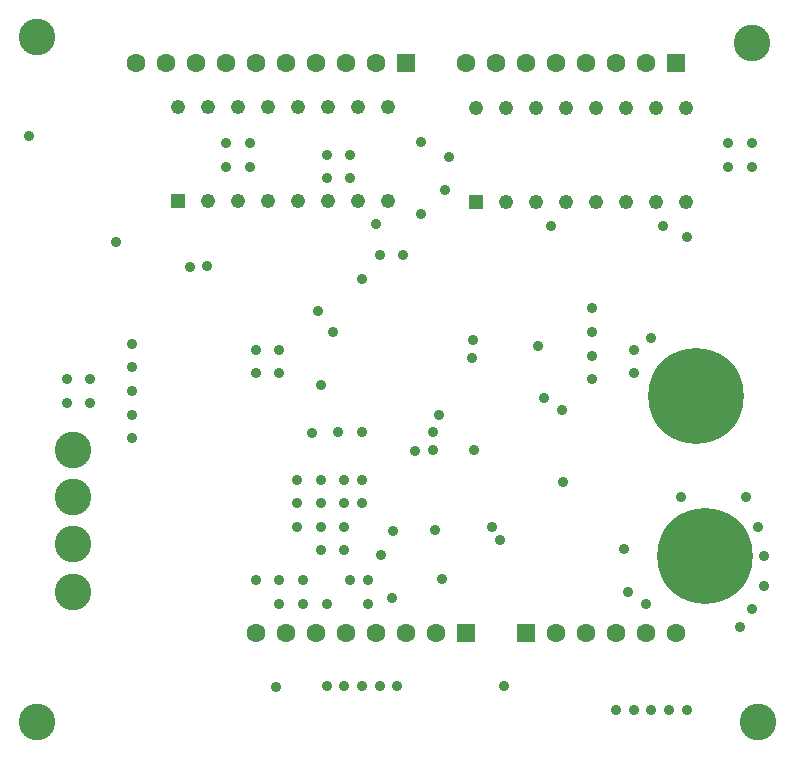
<source format=gbs>
G04*
G04 #@! TF.GenerationSoftware,Altium Limited,Altium Designer,21.4.1 (30)*
G04*
G04 Layer_Color=16711935*
%FSLAX25Y25*%
%MOIN*%
G70*
G04*
G04 #@! TF.SameCoordinates,C77C1ACD-4D57-4A05-B96A-415324BACB4A*
G04*
G04*
G04 #@! TF.FilePolarity,Negative*
G04*
G01*
G75*
%ADD42C,0.06299*%
%ADD43R,0.06299X0.06299*%
%ADD44C,0.04842*%
%ADD45R,0.04842X0.04842*%
%ADD46C,0.12205*%
%ADD47C,0.31890*%
%ADD48C,0.03543*%
D42*
X220787Y37402D02*
D03*
X210787D02*
D03*
X200787D02*
D03*
X190787D02*
D03*
X180787D02*
D03*
X120866Y227559D02*
D03*
X100866D02*
D03*
X90866D02*
D03*
X80866D02*
D03*
X70866D02*
D03*
X60866D02*
D03*
X50866D02*
D03*
X40866D02*
D03*
X110866D02*
D03*
X140787Y37402D02*
D03*
X130787D02*
D03*
X120787D02*
D03*
X110787D02*
D03*
X100787D02*
D03*
X90787D02*
D03*
X80787D02*
D03*
X210787Y227559D02*
D03*
X200787D02*
D03*
X190787D02*
D03*
X180787D02*
D03*
X170787D02*
D03*
X160787D02*
D03*
X150787D02*
D03*
D43*
X170787Y37402D02*
D03*
X130866Y227559D02*
D03*
X150787Y37402D02*
D03*
X220787Y227559D02*
D03*
D44*
X153976Y212480D02*
D03*
X163976D02*
D03*
X173976D02*
D03*
X183976D02*
D03*
X193976D02*
D03*
X203976D02*
D03*
X213976D02*
D03*
X223976D02*
D03*
Y181220D02*
D03*
X213976D02*
D03*
X203976D02*
D03*
X193976D02*
D03*
X183976D02*
D03*
X173976D02*
D03*
X163976D02*
D03*
X54803Y212598D02*
D03*
X64803D02*
D03*
X74803D02*
D03*
X84803D02*
D03*
X94803D02*
D03*
X104803D02*
D03*
X114803D02*
D03*
X124803D02*
D03*
Y181339D02*
D03*
X114803D02*
D03*
X104803D02*
D03*
X94803D02*
D03*
X84803D02*
D03*
X74803D02*
D03*
X64803D02*
D03*
D45*
X153976Y181220D02*
D03*
X54803Y181339D02*
D03*
D46*
X248031Y7874D02*
D03*
X246063Y234252D02*
D03*
X7874Y7874D02*
D03*
Y236221D02*
D03*
X19685Y98425D02*
D03*
X19685Y51181D02*
D03*
X19685Y66929D02*
D03*
Y82677D02*
D03*
D47*
X230315Y62992D02*
D03*
X227559Y116535D02*
D03*
D48*
X212598Y135827D02*
D03*
X206693Y131890D02*
D03*
Y124016D02*
D03*
X94488Y72835D02*
D03*
Y80709D02*
D03*
X39370Y102362D02*
D03*
Y110236D02*
D03*
X116142Y104331D02*
D03*
X108268D02*
D03*
X116142Y88583D02*
D03*
Y80709D02*
D03*
X118110Y47244D02*
D03*
Y55118D02*
D03*
X127953Y19685D02*
D03*
X122047D02*
D03*
X116142D02*
D03*
X110236D02*
D03*
X104331D02*
D03*
X204724Y51181D02*
D03*
X210630Y47244D02*
D03*
X153543Y98425D02*
D03*
X141732Y110236D02*
D03*
X139764Y98425D02*
D03*
X242126Y39370D02*
D03*
X222441Y82677D02*
D03*
X246063Y45276D02*
D03*
X250000Y53150D02*
D03*
Y62992D02*
D03*
X248031Y72835D02*
D03*
X244094Y82677D02*
D03*
X224410Y11811D02*
D03*
X218504D02*
D03*
X212598D02*
D03*
X206693D02*
D03*
X200787D02*
D03*
X163386Y19685D02*
D03*
X125984Y49213D02*
D03*
X139764Y104331D02*
D03*
X80709Y55118D02*
D03*
X102362Y120079D02*
D03*
X106299Y137795D02*
D03*
X179134Y173228D02*
D03*
X224410Y169291D02*
D03*
X17717Y122047D02*
D03*
Y114173D02*
D03*
X25591D02*
D03*
Y122047D02*
D03*
X70866Y200787D02*
D03*
Y192913D02*
D03*
X78740D02*
D03*
Y200787D02*
D03*
X104331Y196850D02*
D03*
Y188976D02*
D03*
X112205D02*
D03*
Y196850D02*
D03*
X238189Y200787D02*
D03*
Y192913D02*
D03*
X246063D02*
D03*
Y200787D02*
D03*
X135827Y177165D02*
D03*
X143701Y185039D02*
D03*
X80709Y131890D02*
D03*
Y124016D02*
D03*
X88583D02*
D03*
Y131890D02*
D03*
X122047Y163386D02*
D03*
X116142Y155512D02*
D03*
X129921Y163386D02*
D03*
X192913Y145669D02*
D03*
Y137795D02*
D03*
Y129921D02*
D03*
Y122047D02*
D03*
X104331Y47244D02*
D03*
X112205Y55118D02*
D03*
X88583D02*
D03*
Y47244D02*
D03*
X96457D02*
D03*
Y55118D02*
D03*
X39370Y133858D02*
D03*
Y125984D02*
D03*
Y118110D02*
D03*
X110236Y72835D02*
D03*
X102362D02*
D03*
X110236Y64961D02*
D03*
X102362D02*
D03*
X94488Y88583D02*
D03*
X102362D02*
D03*
Y80709D02*
D03*
X110236D02*
D03*
Y88583D02*
D03*
X145276Y196063D02*
D03*
X159449Y72835D02*
D03*
X140551Y71653D02*
D03*
X126378Y71260D02*
D03*
X153150Y135039D02*
D03*
X152756Y129134D02*
D03*
X122441Y63386D02*
D03*
X142913Y55512D02*
D03*
X162205Y68504D02*
D03*
X203543Y65354D02*
D03*
X183071Y87795D02*
D03*
X176772Y115748D02*
D03*
X182677Y111811D02*
D03*
X216535Y173228D02*
D03*
X174803Y133071D02*
D03*
X34252Y167717D02*
D03*
X5118Y203150D02*
D03*
X120866Y173622D02*
D03*
X101575Y144882D02*
D03*
X58661Y159449D02*
D03*
X64567Y159843D02*
D03*
X87402Y19291D02*
D03*
X133858Y98032D02*
D03*
X135827Y201181D02*
D03*
X99606Y103937D02*
D03*
M02*

</source>
